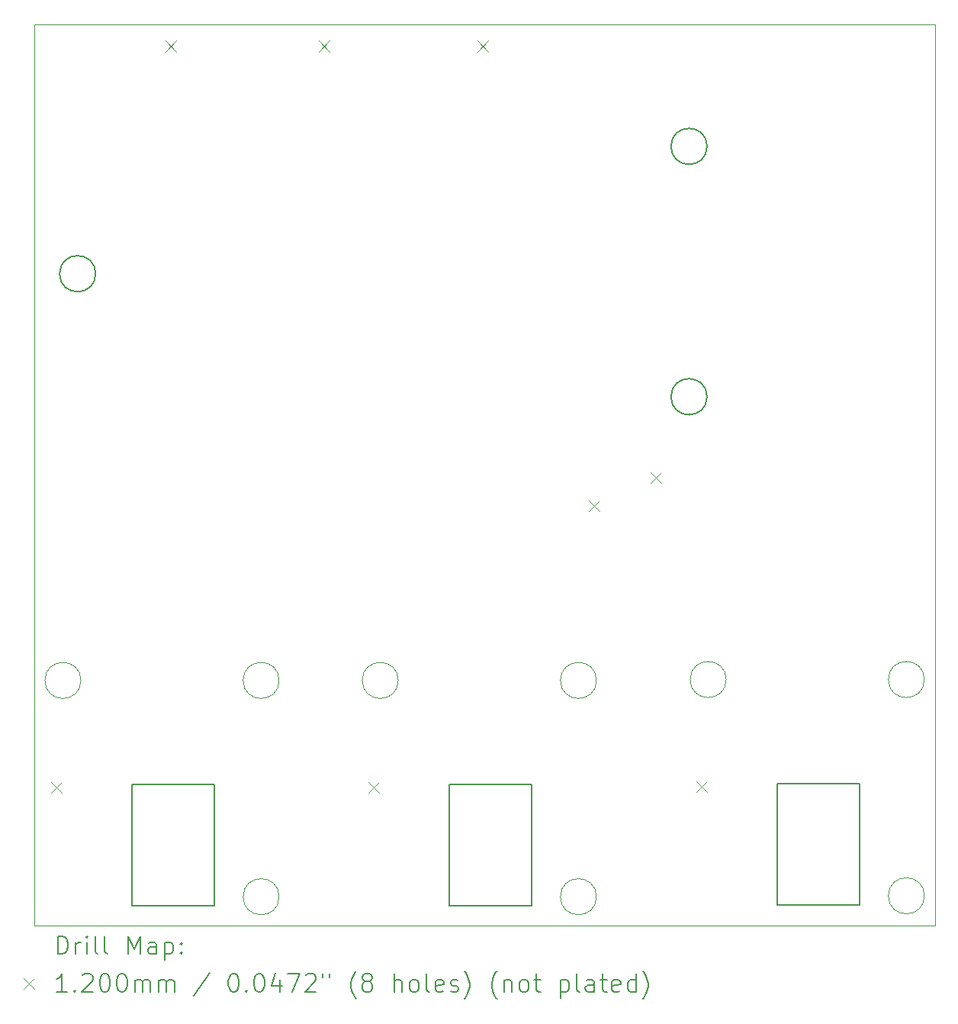
<source format=gbr>
%TF.GenerationSoftware,KiCad,Pcbnew,7.0.10*%
%TF.CreationDate,2024-01-17T23:18:36-03:00*%
%TF.ProjectId,ligeirinho,6c696765-6972-4696-9e68-6f2e6b696361,rev?*%
%TF.SameCoordinates,Original*%
%TF.FileFunction,Drillmap*%
%TF.FilePolarity,Positive*%
%FSLAX45Y45*%
G04 Gerber Fmt 4.5, Leading zero omitted, Abs format (unit mm)*
G04 Created by KiCad (PCBNEW 7.0.10) date 2024-01-17 23:18:36*
%MOMM*%
%LPD*%
G01*
G04 APERTURE LIST*
%ADD10C,0.100000*%
%ADD11C,0.050000*%
%ADD12C,0.200000*%
%ADD13C,0.150000*%
%ADD14C,0.120000*%
G04 APERTURE END LIST*
D10*
X9239000Y-11278500D02*
G75*
G03*
X8839000Y-11278500I-200000J0D01*
G01*
X8839000Y-11278500D02*
G75*
G03*
X9239000Y-11278500I200000J0D01*
G01*
X7039000Y-11278500D02*
G75*
G03*
X6639000Y-11278500I-200000J0D01*
G01*
X6639000Y-11278500D02*
G75*
G03*
X7039000Y-11278500I200000J0D01*
G01*
X9239000Y-13678500D02*
G75*
G03*
X8839000Y-13678500I-200000J0D01*
G01*
X8839000Y-13678500D02*
G75*
G03*
X9239000Y-13678500I200000J0D01*
G01*
X12879000Y-11268500D02*
G75*
G03*
X12479000Y-11268500I-200000J0D01*
G01*
X12479000Y-11268500D02*
G75*
G03*
X12879000Y-11268500I200000J0D01*
G01*
X10679000Y-11268500D02*
G75*
G03*
X10279000Y-11268500I-200000J0D01*
G01*
X10279000Y-11268500D02*
G75*
G03*
X10679000Y-11268500I200000J0D01*
G01*
X12879000Y-13668500D02*
G75*
G03*
X12479000Y-13668500I-200000J0D01*
G01*
X12479000Y-13668500D02*
G75*
G03*
X12879000Y-13668500I200000J0D01*
G01*
D11*
X3000000Y-4000000D02*
X13000000Y-4000000D01*
X13000000Y-14000000D01*
X3000000Y-14000000D01*
X3000000Y-4000000D01*
D10*
X3516600Y-11278500D02*
G75*
G03*
X3116600Y-11278500I-200000J0D01*
G01*
X3116600Y-11278500D02*
G75*
G03*
X3516600Y-11278500I200000J0D01*
G01*
X5716600Y-13678500D02*
G75*
G03*
X5316600Y-13678500I-200000J0D01*
G01*
X5316600Y-13678500D02*
G75*
G03*
X5716600Y-13678500I200000J0D01*
G01*
X5716600Y-11278500D02*
G75*
G03*
X5316600Y-11278500I-200000J0D01*
G01*
X5316600Y-11278500D02*
G75*
G03*
X5716600Y-11278500I200000J0D01*
G01*
D12*
X3679500Y-6765500D02*
G75*
G03*
X3279500Y-6765500I-200000J0D01*
G01*
X3279500Y-6765500D02*
G75*
G03*
X3679500Y-6765500I200000J0D01*
G01*
X10466500Y-5352500D02*
G75*
G03*
X10066500Y-5352500I-200000J0D01*
G01*
X10066500Y-5352500D02*
G75*
G03*
X10466500Y-5352500I200000J0D01*
G01*
X10466500Y-8130500D02*
G75*
G03*
X10066500Y-8130500I-200000J0D01*
G01*
X10066500Y-8130500D02*
G75*
G03*
X10466500Y-8130500I200000J0D01*
G01*
D13*
X7602400Y-12432500D02*
X8522400Y-12432500D01*
X7602400Y-13778500D02*
X7602400Y-12432500D01*
X8522400Y-12432500D02*
X8522400Y-13778500D01*
X8522400Y-13778500D02*
X7602400Y-13778500D01*
X11242400Y-12422500D02*
X12162400Y-12422500D01*
X11242400Y-13768500D02*
X11242400Y-12422500D01*
X12162400Y-12422500D02*
X12162400Y-13768500D01*
X12162400Y-13768500D02*
X11242400Y-13768500D01*
X4080000Y-12432500D02*
X5000000Y-12432500D01*
X4080000Y-13778500D02*
X4080000Y-12432500D01*
X5000000Y-12432500D02*
X5000000Y-13778500D01*
X5000000Y-13778500D02*
X4080000Y-13778500D01*
D12*
D14*
X3182000Y-12407500D02*
X3302000Y-12527500D01*
X3302000Y-12407500D02*
X3182000Y-12527500D01*
X4456500Y-4180500D02*
X4576500Y-4300500D01*
X4576500Y-4180500D02*
X4456500Y-4300500D01*
X6156500Y-4180500D02*
X6276500Y-4300500D01*
X6276500Y-4180500D02*
X6156500Y-4300500D01*
X6704400Y-12407500D02*
X6824400Y-12527500D01*
X6824400Y-12407500D02*
X6704400Y-12527500D01*
X7916500Y-4180500D02*
X8036500Y-4300500D01*
X8036500Y-4180500D02*
X7916500Y-4300500D01*
X9156500Y-9280500D02*
X9276500Y-9400500D01*
X9276500Y-9280500D02*
X9156500Y-9400500D01*
X9836500Y-8970500D02*
X9956500Y-9090500D01*
X9956500Y-8970500D02*
X9836500Y-9090500D01*
X10344400Y-12397500D02*
X10464400Y-12517500D01*
X10464400Y-12397500D02*
X10344400Y-12517500D01*
D12*
X3258277Y-14313984D02*
X3258277Y-14113984D01*
X3258277Y-14113984D02*
X3305896Y-14113984D01*
X3305896Y-14113984D02*
X3334467Y-14123508D01*
X3334467Y-14123508D02*
X3353515Y-14142555D01*
X3353515Y-14142555D02*
X3363039Y-14161603D01*
X3363039Y-14161603D02*
X3372562Y-14199698D01*
X3372562Y-14199698D02*
X3372562Y-14228269D01*
X3372562Y-14228269D02*
X3363039Y-14266365D01*
X3363039Y-14266365D02*
X3353515Y-14285412D01*
X3353515Y-14285412D02*
X3334467Y-14304460D01*
X3334467Y-14304460D02*
X3305896Y-14313984D01*
X3305896Y-14313984D02*
X3258277Y-14313984D01*
X3458277Y-14313984D02*
X3458277Y-14180650D01*
X3458277Y-14218746D02*
X3467801Y-14199698D01*
X3467801Y-14199698D02*
X3477324Y-14190174D01*
X3477324Y-14190174D02*
X3496372Y-14180650D01*
X3496372Y-14180650D02*
X3515420Y-14180650D01*
X3582086Y-14313984D02*
X3582086Y-14180650D01*
X3582086Y-14113984D02*
X3572562Y-14123508D01*
X3572562Y-14123508D02*
X3582086Y-14133031D01*
X3582086Y-14133031D02*
X3591610Y-14123508D01*
X3591610Y-14123508D02*
X3582086Y-14113984D01*
X3582086Y-14113984D02*
X3582086Y-14133031D01*
X3705896Y-14313984D02*
X3686848Y-14304460D01*
X3686848Y-14304460D02*
X3677324Y-14285412D01*
X3677324Y-14285412D02*
X3677324Y-14113984D01*
X3810658Y-14313984D02*
X3791610Y-14304460D01*
X3791610Y-14304460D02*
X3782086Y-14285412D01*
X3782086Y-14285412D02*
X3782086Y-14113984D01*
X4039229Y-14313984D02*
X4039229Y-14113984D01*
X4039229Y-14113984D02*
X4105896Y-14256841D01*
X4105896Y-14256841D02*
X4172562Y-14113984D01*
X4172562Y-14113984D02*
X4172562Y-14313984D01*
X4353515Y-14313984D02*
X4353515Y-14209222D01*
X4353515Y-14209222D02*
X4343991Y-14190174D01*
X4343991Y-14190174D02*
X4324944Y-14180650D01*
X4324944Y-14180650D02*
X4286848Y-14180650D01*
X4286848Y-14180650D02*
X4267801Y-14190174D01*
X4353515Y-14304460D02*
X4334467Y-14313984D01*
X4334467Y-14313984D02*
X4286848Y-14313984D01*
X4286848Y-14313984D02*
X4267801Y-14304460D01*
X4267801Y-14304460D02*
X4258277Y-14285412D01*
X4258277Y-14285412D02*
X4258277Y-14266365D01*
X4258277Y-14266365D02*
X4267801Y-14247317D01*
X4267801Y-14247317D02*
X4286848Y-14237793D01*
X4286848Y-14237793D02*
X4334467Y-14237793D01*
X4334467Y-14237793D02*
X4353515Y-14228269D01*
X4448753Y-14180650D02*
X4448753Y-14380650D01*
X4448753Y-14190174D02*
X4467801Y-14180650D01*
X4467801Y-14180650D02*
X4505896Y-14180650D01*
X4505896Y-14180650D02*
X4524944Y-14190174D01*
X4524944Y-14190174D02*
X4534467Y-14199698D01*
X4534467Y-14199698D02*
X4543991Y-14218746D01*
X4543991Y-14218746D02*
X4543991Y-14275888D01*
X4543991Y-14275888D02*
X4534467Y-14294936D01*
X4534467Y-14294936D02*
X4524944Y-14304460D01*
X4524944Y-14304460D02*
X4505896Y-14313984D01*
X4505896Y-14313984D02*
X4467801Y-14313984D01*
X4467801Y-14313984D02*
X4448753Y-14304460D01*
X4629705Y-14294936D02*
X4639229Y-14304460D01*
X4639229Y-14304460D02*
X4629705Y-14313984D01*
X4629705Y-14313984D02*
X4620182Y-14304460D01*
X4620182Y-14304460D02*
X4629705Y-14294936D01*
X4629705Y-14294936D02*
X4629705Y-14313984D01*
X4629705Y-14190174D02*
X4639229Y-14199698D01*
X4639229Y-14199698D02*
X4629705Y-14209222D01*
X4629705Y-14209222D02*
X4620182Y-14199698D01*
X4620182Y-14199698D02*
X4629705Y-14190174D01*
X4629705Y-14190174D02*
X4629705Y-14209222D01*
D14*
X2877500Y-14582500D02*
X2997500Y-14702500D01*
X2997500Y-14582500D02*
X2877500Y-14702500D01*
D12*
X3363039Y-14733984D02*
X3248753Y-14733984D01*
X3305896Y-14733984D02*
X3305896Y-14533984D01*
X3305896Y-14533984D02*
X3286848Y-14562555D01*
X3286848Y-14562555D02*
X3267801Y-14581603D01*
X3267801Y-14581603D02*
X3248753Y-14591127D01*
X3448753Y-14714936D02*
X3458277Y-14724460D01*
X3458277Y-14724460D02*
X3448753Y-14733984D01*
X3448753Y-14733984D02*
X3439229Y-14724460D01*
X3439229Y-14724460D02*
X3448753Y-14714936D01*
X3448753Y-14714936D02*
X3448753Y-14733984D01*
X3534467Y-14553031D02*
X3543991Y-14543508D01*
X3543991Y-14543508D02*
X3563039Y-14533984D01*
X3563039Y-14533984D02*
X3610658Y-14533984D01*
X3610658Y-14533984D02*
X3629705Y-14543508D01*
X3629705Y-14543508D02*
X3639229Y-14553031D01*
X3639229Y-14553031D02*
X3648753Y-14572079D01*
X3648753Y-14572079D02*
X3648753Y-14591127D01*
X3648753Y-14591127D02*
X3639229Y-14619698D01*
X3639229Y-14619698D02*
X3524943Y-14733984D01*
X3524943Y-14733984D02*
X3648753Y-14733984D01*
X3772562Y-14533984D02*
X3791610Y-14533984D01*
X3791610Y-14533984D02*
X3810658Y-14543508D01*
X3810658Y-14543508D02*
X3820182Y-14553031D01*
X3820182Y-14553031D02*
X3829705Y-14572079D01*
X3829705Y-14572079D02*
X3839229Y-14610174D01*
X3839229Y-14610174D02*
X3839229Y-14657793D01*
X3839229Y-14657793D02*
X3829705Y-14695888D01*
X3829705Y-14695888D02*
X3820182Y-14714936D01*
X3820182Y-14714936D02*
X3810658Y-14724460D01*
X3810658Y-14724460D02*
X3791610Y-14733984D01*
X3791610Y-14733984D02*
X3772562Y-14733984D01*
X3772562Y-14733984D02*
X3753515Y-14724460D01*
X3753515Y-14724460D02*
X3743991Y-14714936D01*
X3743991Y-14714936D02*
X3734467Y-14695888D01*
X3734467Y-14695888D02*
X3724943Y-14657793D01*
X3724943Y-14657793D02*
X3724943Y-14610174D01*
X3724943Y-14610174D02*
X3734467Y-14572079D01*
X3734467Y-14572079D02*
X3743991Y-14553031D01*
X3743991Y-14553031D02*
X3753515Y-14543508D01*
X3753515Y-14543508D02*
X3772562Y-14533984D01*
X3963039Y-14533984D02*
X3982086Y-14533984D01*
X3982086Y-14533984D02*
X4001134Y-14543508D01*
X4001134Y-14543508D02*
X4010658Y-14553031D01*
X4010658Y-14553031D02*
X4020182Y-14572079D01*
X4020182Y-14572079D02*
X4029705Y-14610174D01*
X4029705Y-14610174D02*
X4029705Y-14657793D01*
X4029705Y-14657793D02*
X4020182Y-14695888D01*
X4020182Y-14695888D02*
X4010658Y-14714936D01*
X4010658Y-14714936D02*
X4001134Y-14724460D01*
X4001134Y-14724460D02*
X3982086Y-14733984D01*
X3982086Y-14733984D02*
X3963039Y-14733984D01*
X3963039Y-14733984D02*
X3943991Y-14724460D01*
X3943991Y-14724460D02*
X3934467Y-14714936D01*
X3934467Y-14714936D02*
X3924943Y-14695888D01*
X3924943Y-14695888D02*
X3915420Y-14657793D01*
X3915420Y-14657793D02*
X3915420Y-14610174D01*
X3915420Y-14610174D02*
X3924943Y-14572079D01*
X3924943Y-14572079D02*
X3934467Y-14553031D01*
X3934467Y-14553031D02*
X3943991Y-14543508D01*
X3943991Y-14543508D02*
X3963039Y-14533984D01*
X4115420Y-14733984D02*
X4115420Y-14600650D01*
X4115420Y-14619698D02*
X4124943Y-14610174D01*
X4124943Y-14610174D02*
X4143991Y-14600650D01*
X4143991Y-14600650D02*
X4172563Y-14600650D01*
X4172563Y-14600650D02*
X4191610Y-14610174D01*
X4191610Y-14610174D02*
X4201134Y-14629222D01*
X4201134Y-14629222D02*
X4201134Y-14733984D01*
X4201134Y-14629222D02*
X4210658Y-14610174D01*
X4210658Y-14610174D02*
X4229705Y-14600650D01*
X4229705Y-14600650D02*
X4258277Y-14600650D01*
X4258277Y-14600650D02*
X4277325Y-14610174D01*
X4277325Y-14610174D02*
X4286848Y-14629222D01*
X4286848Y-14629222D02*
X4286848Y-14733984D01*
X4382086Y-14733984D02*
X4382086Y-14600650D01*
X4382086Y-14619698D02*
X4391610Y-14610174D01*
X4391610Y-14610174D02*
X4410658Y-14600650D01*
X4410658Y-14600650D02*
X4439229Y-14600650D01*
X4439229Y-14600650D02*
X4458277Y-14610174D01*
X4458277Y-14610174D02*
X4467801Y-14629222D01*
X4467801Y-14629222D02*
X4467801Y-14733984D01*
X4467801Y-14629222D02*
X4477325Y-14610174D01*
X4477325Y-14610174D02*
X4496372Y-14600650D01*
X4496372Y-14600650D02*
X4524944Y-14600650D01*
X4524944Y-14600650D02*
X4543991Y-14610174D01*
X4543991Y-14610174D02*
X4553515Y-14629222D01*
X4553515Y-14629222D02*
X4553515Y-14733984D01*
X4943991Y-14524460D02*
X4772563Y-14781603D01*
X5201134Y-14533984D02*
X5220182Y-14533984D01*
X5220182Y-14533984D02*
X5239229Y-14543508D01*
X5239229Y-14543508D02*
X5248753Y-14553031D01*
X5248753Y-14553031D02*
X5258277Y-14572079D01*
X5258277Y-14572079D02*
X5267801Y-14610174D01*
X5267801Y-14610174D02*
X5267801Y-14657793D01*
X5267801Y-14657793D02*
X5258277Y-14695888D01*
X5258277Y-14695888D02*
X5248753Y-14714936D01*
X5248753Y-14714936D02*
X5239229Y-14724460D01*
X5239229Y-14724460D02*
X5220182Y-14733984D01*
X5220182Y-14733984D02*
X5201134Y-14733984D01*
X5201134Y-14733984D02*
X5182087Y-14724460D01*
X5182087Y-14724460D02*
X5172563Y-14714936D01*
X5172563Y-14714936D02*
X5163039Y-14695888D01*
X5163039Y-14695888D02*
X5153515Y-14657793D01*
X5153515Y-14657793D02*
X5153515Y-14610174D01*
X5153515Y-14610174D02*
X5163039Y-14572079D01*
X5163039Y-14572079D02*
X5172563Y-14553031D01*
X5172563Y-14553031D02*
X5182087Y-14543508D01*
X5182087Y-14543508D02*
X5201134Y-14533984D01*
X5353515Y-14714936D02*
X5363039Y-14724460D01*
X5363039Y-14724460D02*
X5353515Y-14733984D01*
X5353515Y-14733984D02*
X5343991Y-14724460D01*
X5343991Y-14724460D02*
X5353515Y-14714936D01*
X5353515Y-14714936D02*
X5353515Y-14733984D01*
X5486848Y-14533984D02*
X5505896Y-14533984D01*
X5505896Y-14533984D02*
X5524944Y-14543508D01*
X5524944Y-14543508D02*
X5534468Y-14553031D01*
X5534468Y-14553031D02*
X5543991Y-14572079D01*
X5543991Y-14572079D02*
X5553515Y-14610174D01*
X5553515Y-14610174D02*
X5553515Y-14657793D01*
X5553515Y-14657793D02*
X5543991Y-14695888D01*
X5543991Y-14695888D02*
X5534468Y-14714936D01*
X5534468Y-14714936D02*
X5524944Y-14724460D01*
X5524944Y-14724460D02*
X5505896Y-14733984D01*
X5505896Y-14733984D02*
X5486848Y-14733984D01*
X5486848Y-14733984D02*
X5467801Y-14724460D01*
X5467801Y-14724460D02*
X5458277Y-14714936D01*
X5458277Y-14714936D02*
X5448753Y-14695888D01*
X5448753Y-14695888D02*
X5439229Y-14657793D01*
X5439229Y-14657793D02*
X5439229Y-14610174D01*
X5439229Y-14610174D02*
X5448753Y-14572079D01*
X5448753Y-14572079D02*
X5458277Y-14553031D01*
X5458277Y-14553031D02*
X5467801Y-14543508D01*
X5467801Y-14543508D02*
X5486848Y-14533984D01*
X5724944Y-14600650D02*
X5724944Y-14733984D01*
X5677325Y-14524460D02*
X5629706Y-14667317D01*
X5629706Y-14667317D02*
X5753515Y-14667317D01*
X5810658Y-14533984D02*
X5943991Y-14533984D01*
X5943991Y-14533984D02*
X5858277Y-14733984D01*
X6010658Y-14553031D02*
X6020182Y-14543508D01*
X6020182Y-14543508D02*
X6039229Y-14533984D01*
X6039229Y-14533984D02*
X6086848Y-14533984D01*
X6086848Y-14533984D02*
X6105896Y-14543508D01*
X6105896Y-14543508D02*
X6115420Y-14553031D01*
X6115420Y-14553031D02*
X6124944Y-14572079D01*
X6124944Y-14572079D02*
X6124944Y-14591127D01*
X6124944Y-14591127D02*
X6115420Y-14619698D01*
X6115420Y-14619698D02*
X6001134Y-14733984D01*
X6001134Y-14733984D02*
X6124944Y-14733984D01*
X6201134Y-14533984D02*
X6201134Y-14572079D01*
X6277325Y-14533984D02*
X6277325Y-14572079D01*
X6572563Y-14810174D02*
X6563039Y-14800650D01*
X6563039Y-14800650D02*
X6543991Y-14772079D01*
X6543991Y-14772079D02*
X6534468Y-14753031D01*
X6534468Y-14753031D02*
X6524944Y-14724460D01*
X6524944Y-14724460D02*
X6515420Y-14676841D01*
X6515420Y-14676841D02*
X6515420Y-14638746D01*
X6515420Y-14638746D02*
X6524944Y-14591127D01*
X6524944Y-14591127D02*
X6534468Y-14562555D01*
X6534468Y-14562555D02*
X6543991Y-14543508D01*
X6543991Y-14543508D02*
X6563039Y-14514936D01*
X6563039Y-14514936D02*
X6572563Y-14505412D01*
X6677325Y-14619698D02*
X6658277Y-14610174D01*
X6658277Y-14610174D02*
X6648753Y-14600650D01*
X6648753Y-14600650D02*
X6639229Y-14581603D01*
X6639229Y-14581603D02*
X6639229Y-14572079D01*
X6639229Y-14572079D02*
X6648753Y-14553031D01*
X6648753Y-14553031D02*
X6658277Y-14543508D01*
X6658277Y-14543508D02*
X6677325Y-14533984D01*
X6677325Y-14533984D02*
X6715420Y-14533984D01*
X6715420Y-14533984D02*
X6734468Y-14543508D01*
X6734468Y-14543508D02*
X6743991Y-14553031D01*
X6743991Y-14553031D02*
X6753515Y-14572079D01*
X6753515Y-14572079D02*
X6753515Y-14581603D01*
X6753515Y-14581603D02*
X6743991Y-14600650D01*
X6743991Y-14600650D02*
X6734468Y-14610174D01*
X6734468Y-14610174D02*
X6715420Y-14619698D01*
X6715420Y-14619698D02*
X6677325Y-14619698D01*
X6677325Y-14619698D02*
X6658277Y-14629222D01*
X6658277Y-14629222D02*
X6648753Y-14638746D01*
X6648753Y-14638746D02*
X6639229Y-14657793D01*
X6639229Y-14657793D02*
X6639229Y-14695888D01*
X6639229Y-14695888D02*
X6648753Y-14714936D01*
X6648753Y-14714936D02*
X6658277Y-14724460D01*
X6658277Y-14724460D02*
X6677325Y-14733984D01*
X6677325Y-14733984D02*
X6715420Y-14733984D01*
X6715420Y-14733984D02*
X6734468Y-14724460D01*
X6734468Y-14724460D02*
X6743991Y-14714936D01*
X6743991Y-14714936D02*
X6753515Y-14695888D01*
X6753515Y-14695888D02*
X6753515Y-14657793D01*
X6753515Y-14657793D02*
X6743991Y-14638746D01*
X6743991Y-14638746D02*
X6734468Y-14629222D01*
X6734468Y-14629222D02*
X6715420Y-14619698D01*
X6991610Y-14733984D02*
X6991610Y-14533984D01*
X7077325Y-14733984D02*
X7077325Y-14629222D01*
X7077325Y-14629222D02*
X7067801Y-14610174D01*
X7067801Y-14610174D02*
X7048753Y-14600650D01*
X7048753Y-14600650D02*
X7020182Y-14600650D01*
X7020182Y-14600650D02*
X7001134Y-14610174D01*
X7001134Y-14610174D02*
X6991610Y-14619698D01*
X7201134Y-14733984D02*
X7182087Y-14724460D01*
X7182087Y-14724460D02*
X7172563Y-14714936D01*
X7172563Y-14714936D02*
X7163039Y-14695888D01*
X7163039Y-14695888D02*
X7163039Y-14638746D01*
X7163039Y-14638746D02*
X7172563Y-14619698D01*
X7172563Y-14619698D02*
X7182087Y-14610174D01*
X7182087Y-14610174D02*
X7201134Y-14600650D01*
X7201134Y-14600650D02*
X7229706Y-14600650D01*
X7229706Y-14600650D02*
X7248753Y-14610174D01*
X7248753Y-14610174D02*
X7258277Y-14619698D01*
X7258277Y-14619698D02*
X7267801Y-14638746D01*
X7267801Y-14638746D02*
X7267801Y-14695888D01*
X7267801Y-14695888D02*
X7258277Y-14714936D01*
X7258277Y-14714936D02*
X7248753Y-14724460D01*
X7248753Y-14724460D02*
X7229706Y-14733984D01*
X7229706Y-14733984D02*
X7201134Y-14733984D01*
X7382087Y-14733984D02*
X7363039Y-14724460D01*
X7363039Y-14724460D02*
X7353515Y-14705412D01*
X7353515Y-14705412D02*
X7353515Y-14533984D01*
X7534468Y-14724460D02*
X7515420Y-14733984D01*
X7515420Y-14733984D02*
X7477325Y-14733984D01*
X7477325Y-14733984D02*
X7458277Y-14724460D01*
X7458277Y-14724460D02*
X7448753Y-14705412D01*
X7448753Y-14705412D02*
X7448753Y-14629222D01*
X7448753Y-14629222D02*
X7458277Y-14610174D01*
X7458277Y-14610174D02*
X7477325Y-14600650D01*
X7477325Y-14600650D02*
X7515420Y-14600650D01*
X7515420Y-14600650D02*
X7534468Y-14610174D01*
X7534468Y-14610174D02*
X7543991Y-14629222D01*
X7543991Y-14629222D02*
X7543991Y-14648269D01*
X7543991Y-14648269D02*
X7448753Y-14667317D01*
X7620182Y-14724460D02*
X7639230Y-14733984D01*
X7639230Y-14733984D02*
X7677325Y-14733984D01*
X7677325Y-14733984D02*
X7696372Y-14724460D01*
X7696372Y-14724460D02*
X7705896Y-14705412D01*
X7705896Y-14705412D02*
X7705896Y-14695888D01*
X7705896Y-14695888D02*
X7696372Y-14676841D01*
X7696372Y-14676841D02*
X7677325Y-14667317D01*
X7677325Y-14667317D02*
X7648753Y-14667317D01*
X7648753Y-14667317D02*
X7629706Y-14657793D01*
X7629706Y-14657793D02*
X7620182Y-14638746D01*
X7620182Y-14638746D02*
X7620182Y-14629222D01*
X7620182Y-14629222D02*
X7629706Y-14610174D01*
X7629706Y-14610174D02*
X7648753Y-14600650D01*
X7648753Y-14600650D02*
X7677325Y-14600650D01*
X7677325Y-14600650D02*
X7696372Y-14610174D01*
X7772563Y-14810174D02*
X7782087Y-14800650D01*
X7782087Y-14800650D02*
X7801134Y-14772079D01*
X7801134Y-14772079D02*
X7810658Y-14753031D01*
X7810658Y-14753031D02*
X7820182Y-14724460D01*
X7820182Y-14724460D02*
X7829706Y-14676841D01*
X7829706Y-14676841D02*
X7829706Y-14638746D01*
X7829706Y-14638746D02*
X7820182Y-14591127D01*
X7820182Y-14591127D02*
X7810658Y-14562555D01*
X7810658Y-14562555D02*
X7801134Y-14543508D01*
X7801134Y-14543508D02*
X7782087Y-14514936D01*
X7782087Y-14514936D02*
X7772563Y-14505412D01*
X8134468Y-14810174D02*
X8124944Y-14800650D01*
X8124944Y-14800650D02*
X8105896Y-14772079D01*
X8105896Y-14772079D02*
X8096372Y-14753031D01*
X8096372Y-14753031D02*
X8086849Y-14724460D01*
X8086849Y-14724460D02*
X8077325Y-14676841D01*
X8077325Y-14676841D02*
X8077325Y-14638746D01*
X8077325Y-14638746D02*
X8086849Y-14591127D01*
X8086849Y-14591127D02*
X8096372Y-14562555D01*
X8096372Y-14562555D02*
X8105896Y-14543508D01*
X8105896Y-14543508D02*
X8124944Y-14514936D01*
X8124944Y-14514936D02*
X8134468Y-14505412D01*
X8210658Y-14600650D02*
X8210658Y-14733984D01*
X8210658Y-14619698D02*
X8220182Y-14610174D01*
X8220182Y-14610174D02*
X8239230Y-14600650D01*
X8239230Y-14600650D02*
X8267801Y-14600650D01*
X8267801Y-14600650D02*
X8286849Y-14610174D01*
X8286849Y-14610174D02*
X8296372Y-14629222D01*
X8296372Y-14629222D02*
X8296372Y-14733984D01*
X8420182Y-14733984D02*
X8401134Y-14724460D01*
X8401134Y-14724460D02*
X8391611Y-14714936D01*
X8391611Y-14714936D02*
X8382087Y-14695888D01*
X8382087Y-14695888D02*
X8382087Y-14638746D01*
X8382087Y-14638746D02*
X8391611Y-14619698D01*
X8391611Y-14619698D02*
X8401134Y-14610174D01*
X8401134Y-14610174D02*
X8420182Y-14600650D01*
X8420182Y-14600650D02*
X8448754Y-14600650D01*
X8448754Y-14600650D02*
X8467801Y-14610174D01*
X8467801Y-14610174D02*
X8477325Y-14619698D01*
X8477325Y-14619698D02*
X8486849Y-14638746D01*
X8486849Y-14638746D02*
X8486849Y-14695888D01*
X8486849Y-14695888D02*
X8477325Y-14714936D01*
X8477325Y-14714936D02*
X8467801Y-14724460D01*
X8467801Y-14724460D02*
X8448754Y-14733984D01*
X8448754Y-14733984D02*
X8420182Y-14733984D01*
X8543992Y-14600650D02*
X8620182Y-14600650D01*
X8572563Y-14533984D02*
X8572563Y-14705412D01*
X8572563Y-14705412D02*
X8582087Y-14724460D01*
X8582087Y-14724460D02*
X8601134Y-14733984D01*
X8601134Y-14733984D02*
X8620182Y-14733984D01*
X8839230Y-14600650D02*
X8839230Y-14800650D01*
X8839230Y-14610174D02*
X8858277Y-14600650D01*
X8858277Y-14600650D02*
X8896373Y-14600650D01*
X8896373Y-14600650D02*
X8915420Y-14610174D01*
X8915420Y-14610174D02*
X8924944Y-14619698D01*
X8924944Y-14619698D02*
X8934468Y-14638746D01*
X8934468Y-14638746D02*
X8934468Y-14695888D01*
X8934468Y-14695888D02*
X8924944Y-14714936D01*
X8924944Y-14714936D02*
X8915420Y-14724460D01*
X8915420Y-14724460D02*
X8896373Y-14733984D01*
X8896373Y-14733984D02*
X8858277Y-14733984D01*
X8858277Y-14733984D02*
X8839230Y-14724460D01*
X9048754Y-14733984D02*
X9029706Y-14724460D01*
X9029706Y-14724460D02*
X9020182Y-14705412D01*
X9020182Y-14705412D02*
X9020182Y-14533984D01*
X9210658Y-14733984D02*
X9210658Y-14629222D01*
X9210658Y-14629222D02*
X9201135Y-14610174D01*
X9201135Y-14610174D02*
X9182087Y-14600650D01*
X9182087Y-14600650D02*
X9143992Y-14600650D01*
X9143992Y-14600650D02*
X9124944Y-14610174D01*
X9210658Y-14724460D02*
X9191611Y-14733984D01*
X9191611Y-14733984D02*
X9143992Y-14733984D01*
X9143992Y-14733984D02*
X9124944Y-14724460D01*
X9124944Y-14724460D02*
X9115420Y-14705412D01*
X9115420Y-14705412D02*
X9115420Y-14686365D01*
X9115420Y-14686365D02*
X9124944Y-14667317D01*
X9124944Y-14667317D02*
X9143992Y-14657793D01*
X9143992Y-14657793D02*
X9191611Y-14657793D01*
X9191611Y-14657793D02*
X9210658Y-14648269D01*
X9277325Y-14600650D02*
X9353515Y-14600650D01*
X9305896Y-14533984D02*
X9305896Y-14705412D01*
X9305896Y-14705412D02*
X9315420Y-14724460D01*
X9315420Y-14724460D02*
X9334468Y-14733984D01*
X9334468Y-14733984D02*
X9353515Y-14733984D01*
X9496373Y-14724460D02*
X9477325Y-14733984D01*
X9477325Y-14733984D02*
X9439230Y-14733984D01*
X9439230Y-14733984D02*
X9420182Y-14724460D01*
X9420182Y-14724460D02*
X9410658Y-14705412D01*
X9410658Y-14705412D02*
X9410658Y-14629222D01*
X9410658Y-14629222D02*
X9420182Y-14610174D01*
X9420182Y-14610174D02*
X9439230Y-14600650D01*
X9439230Y-14600650D02*
X9477325Y-14600650D01*
X9477325Y-14600650D02*
X9496373Y-14610174D01*
X9496373Y-14610174D02*
X9505896Y-14629222D01*
X9505896Y-14629222D02*
X9505896Y-14648269D01*
X9505896Y-14648269D02*
X9410658Y-14667317D01*
X9677325Y-14733984D02*
X9677325Y-14533984D01*
X9677325Y-14724460D02*
X9658277Y-14733984D01*
X9658277Y-14733984D02*
X9620182Y-14733984D01*
X9620182Y-14733984D02*
X9601135Y-14724460D01*
X9601135Y-14724460D02*
X9591611Y-14714936D01*
X9591611Y-14714936D02*
X9582087Y-14695888D01*
X9582087Y-14695888D02*
X9582087Y-14638746D01*
X9582087Y-14638746D02*
X9591611Y-14619698D01*
X9591611Y-14619698D02*
X9601135Y-14610174D01*
X9601135Y-14610174D02*
X9620182Y-14600650D01*
X9620182Y-14600650D02*
X9658277Y-14600650D01*
X9658277Y-14600650D02*
X9677325Y-14610174D01*
X9753516Y-14810174D02*
X9763039Y-14800650D01*
X9763039Y-14800650D02*
X9782087Y-14772079D01*
X9782087Y-14772079D02*
X9791611Y-14753031D01*
X9791611Y-14753031D02*
X9801135Y-14724460D01*
X9801135Y-14724460D02*
X9810658Y-14676841D01*
X9810658Y-14676841D02*
X9810658Y-14638746D01*
X9810658Y-14638746D02*
X9801135Y-14591127D01*
X9801135Y-14591127D02*
X9791611Y-14562555D01*
X9791611Y-14562555D02*
X9782087Y-14543508D01*
X9782087Y-14543508D02*
X9763039Y-14514936D01*
X9763039Y-14514936D02*
X9753516Y-14505412D01*
M02*

</source>
